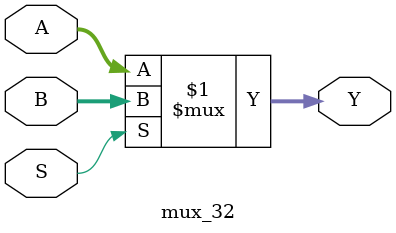
<source format=v>

module mux_32(input[31:0] A, B, input S, output[31:0] Y);
   assign Y = S ? B: A; // Se S = 1; Y = B | S = 0; Y = A
endmodule

</source>
